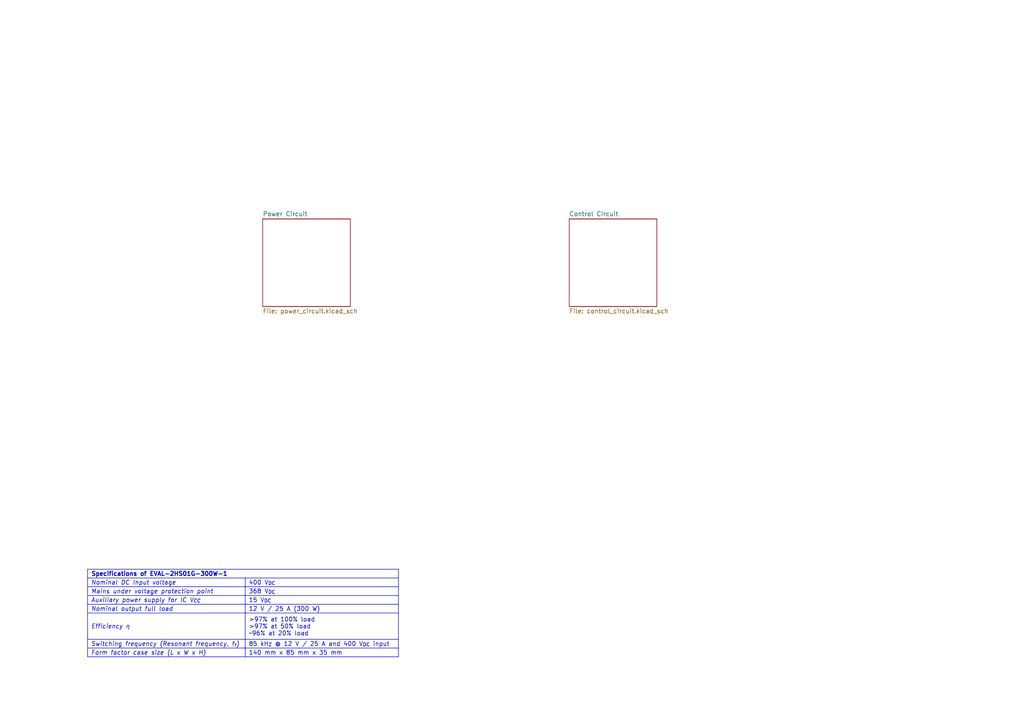
<source format=kicad_sch>
(kicad_sch
	(version 20250114)
	(generator "eeschema")
	(generator_version "9.0")
	(uuid "24a80974-3bf5-4964-b47f-ee6ba634a8bf")
	(paper "A4")
	(lib_symbols)
	(text_box "Item	Circuit Code	Part Value			Description             	Footprint   	Supplier\n---------------------------------------------------------------------------------\n1		C100        	270 uF/450 V     	Aluminum Electrolyte     	RB30        	\n2		C102        	33 nF/630 V      	Ceramic                  	MKT6/13/10  	\n3		C103        	2n2/Y1           	Ceramic                  	CY10        	\n4		C104        	47 uF/35 V       	Aluminum Electrolyte     	RB6.5       	\n5		C105        	100 nF/100 V     	Ceramic                  	1206C       	\n6		C106        	33 nF/630 V      	Ceramic                  	MKT6/13/10  	\n7		C107        	1800 uF/16 V     	Aluminum Electrolyte     	RB10        	\n8		C108        	1800 uF/16 V     	Aluminum Electrolyte     	RB10        	\n9		C109        	470 uF/16 V      	Aluminum Electrolyte     	RB10        	\n10		C110        	470 uF/16 V      	Aluminum Electrolyte     	RB10        	\n11		C111        	470 uF/16 V      	Aluminum Electrolyte     	RB10        	\n12		C112        	100 nF           	Ceramic                  	1206C       	\n13		C113        	1u0              	Ceramic                  	1206C       	\n14		C114        	10 nF            	Ceramic                  	1206C       	\n15		C115        	330 pF           	Ceramic                  	1206C       	\n16		C116        	100 nF           	Ceramic                  	1206C       	\n17		C117        	10 nF            	Ceramic                  	1206C       	\n18		C118        	10 nF            	Ceramic                  	1206C       	\n19		C119        	NC               	Aluminum Electrolyte     	1206C       	\n20		C120        	NC               	                         	1206C       	\n21		C121        	47 uF/35 V       	Aluminum Electrolyte     	RB6.5       	\n22		C122        	100 nF           	Ceramic                  	MKT2/7/5    	\n23		C200        	100 nF           	Ceramic                  	MKT2/7/5    	\n24		C201        	100 nF           	Ceramic                  	MKT2/7/5_0M8	\n25		C203        	1n2              	Ceramic                  	MKT2/7/5    	\n26		C204        	100 nF           	Ceramic                  	MKT2/7/5_0M8	\n27		C205        	100 nF           	Ceramic                  	MKT2/7/5    	\n28		C206        	47 nF            	Ceramic                  	0805C       	\n29		C207        	100 nF           	Ceramic                  	MKT2/7/5_0M8	\n30		C208        	220 pF/1 kV      	Ceramic                  	MKT2/7/5    	\n31		C209        	1 uF             	Ceramic                  	0805C       	\n32		C210        	1n0              	Ceramic                  	0805C       	\n33		C211        	2,2 uF           	Ceramic                  	0805C       	\n34		C212        	NC               	Ceramic                  	0805C       	\n35		C213        	10 nF            	Ceramic                  	0805C       	\n36		C214        	470 nF           	Ceramic                  	0805C       	\n37		D100        	1N4148           	Diode                    	1206D       	\n38		D101        	1N4148           	Diode                    	1206D       	\n39		D103        	1N4148           	Diode                    	1206D       	\n40		D104        	1N4148           	Diode                    	1206D       	\n41		D201        	1N4148           	Diode                    	1206D       	\n42		D202        	1N4148           	Diode                    	1206D       	\n43		D205        	MURS160T3        	Diode                    	SMB         	\n44		IC100       	SFH617A-2        	Opto Coupler             	DIP4/10     	\n45		IC101       	TL431            	Error Amplifier          	TO92-CBE    	\n46		IC200       	2EDL05N06PF      	Half-bridge MOSFET driver	SO-8        	Infineon\n47		IC201       	ICE2HS01G        	Resonant-Mode Controller 	SOL-20      	Infineon\n48		IC300       	UCC27324         	MOSFET driver            	SO-8        	Texas Instruments\n49		L100        	40 uH/RM10       	LLC Resonant CHOKE       	RM10        	WE 750341495\n50		PCB         	Double Layer 2 ounce copper	               	            	\n51		Q100        	IPP60R190E6      	MOSFET                   	T0-220      	Infineon\n52		Q101        	IPB011N04N       	MOSFET                   	TO-263      	Infineon\n53		Q102        	IPP60R190E6      	MOSFET                   	T0-220      	Infineon\n54		Q103        	IPB011N04N       	MOSFET                   	TO-263      	Infineon\n55		Q104        	BCX56            	NPN Transistor           	SOT-89      	\n56		Q105        	BCX53            	PNP Transistor           	SOT-89      	\n57		Q106        	BCX53            	PNP Transistor           	SOT-89      	\n58		Q107        	BCX56            	NPN Transistor           	SOT-89      	\n59		R100        	4R7              	Resistor                 	1206R       	\n60		R101        	10 k             	Resistor                 	1206R       	\n61		R102        	1R0              	Resistor                 	1206R       	\n62		R103        	10 k             	Resistor                 	1206R       	\n63		R104        	4R7              	Resistor                 	1206R       	\n64		R105        	10 k             	Resistor                 	1206R       	\n65		R106        	430R             	Resistor                 	1206R       	\n66		R107        	1R0              	Resistor                 	1206R       	\n67		R108        	10 k             	Resistor                 	1206R       	\n68		R109        	10 R             	Resistor                 	1206R       	\n69		R110        	10 R             	Resistor                 	1206R       	\n70		R111        	10 R             	Resistor                 	1206R       	\n71		R112        	10 R             	Resistor                 	1206R       	\n72		R113        	430 R            	Resistor                 	1206R       	\n73		R114        	1 k              	Resistor                 	1206R       	\n74		R115        	1 k              	Resistor                 	1206R       	\n75		R116        	560 R            	Resistor                 	1206R       	\n76		R117        	11 k             	Resistor                 	1206R       	\n77		R118        	56 R             	Resistor                 	1206R       	\n78		R119        	13 k             	Resistor                 	1206R       	\n79		R120        	1 k              	Resistor                 	1206R       	\n80		R121        	0 R              	Resistor                 	1206R       	\n81		R122        	820 R            	Resistor                 	1206R       	\n82		R123        	510 R            	Resistor                 	1206R       	\n83		R124        	NC               	Resistor                 	1206R       	\n84		R125        	3k6              	Resistor                 	1206R       	\n85		R200        	10 R             	Resistor                 	0805R       	\n86		R202        	10 R             	Resistor                 	0805R       	\n87		R203        	11 k             	Resistor                 	0805R       	\n88		R204        	11 k             	Resistor                 	0805R       	\n89		R205        	200 k            	Resistor                 	0805R       	\n90		R206        	5k6/1%           	Resistor                 	0805R       	\n91		R207        	12 k/0,1%        	Resistor                 	0805R       	\n92		R208        	402 k            	Resistor                 	0805R       	\n93		R209        	300 k            	Resistor                 	0805R       	\n94		R210        	680 k            	Resistor                 	0805R       	\n95		R211        	110 k/1%         	Resistor                 	0805R       	\n96		R212        	200 R            	Resistor                 	1206R       	\n97		R213        	1M0              	Resistor                 	0805R       	\n98		R214        	1M0              	Resistor                 	0805R       	\n99		R215        	2M0              	Resistor                 	0805R       	\n100		R216        	51 k/1%          	Resistor                 	0805R       	\n101		R217        	NC               	Resistor                 	0805R       	\n102		R218        	51 k/1%          	Resistor                 	0805R       	\n103		R219        	NC               	Resistor                 	0805R       	\n104		R220        	0R               	Resistor                 	0805R       	\n105		R221        	NC               	Resistor                 	0805R       	\n106		R222        	0 R              	Resistor                 	0805R       	\n107		R223        	1M5/1%           	Resistor                 	1206R       	\n108		R224        	1M5/1%           	Resistor                 	1206R       	\n109		R225        	1M5/1%           	Resistor                 	1206R       	\n110		R226        	1M5/1%           	Resistor                 	1206R       	\n111		R227        	24 k             	Resistor                 	0805R       	\n112		R228        	62 R             	Resistor                 	0805R       	\n113		R229        	1R0              	Resistor                 	1206R       	\n114		R230        	1R0              	Resistor                 	1206R       	\n115		RT100       	2R5              	NTC Thermister           	NTC7.5      	\n116		TR100       	Lp = 690 uH      	LLC Resonant Transformer 	PQ3230      	WE 750341496\n117		TR101       	Lp = 2,8 mH (min)	Pulse Transformer Wurth  	EE13        	WE 750342744\n118		ZD100       	5V1              	Zener Diode              	1206D       	\n119		ZD101       	5V1              	Zener Diode              	1206D       	\n120		ZD102       	NC               	Zener Diode              	1206D       	\n"
		(exclude_from_sim no)
		(at 304.8 0 0)
		(size 101.6 198.12)
		(margins 0.9525 0.9525 0.9525 0.9525)
		(stroke
			(width 0)
			(type solid)
		)
		(fill
			(type none)
		)
		(effects
			(font
				(size 1 1)
			)
			(justify left top)
		)
		(uuid "48b6179b-cf25-4eb5-8b90-3f6a3cdbec13")
	)
	(table
		(column_count 2)
		(border
			(external yes)
			(header yes)
			(stroke
				(width 0)
				(type solid)
			)
		)
		(separators
			(rows yes)
			(cols yes)
			(stroke
				(width 0)
				(type solid)
			)
		)
		(column_widths 45.72 44.45)
		(row_heights 2.54 2.54 2.54 2.54 2.54 7.62 2.54 2.54)
		(cells
			(table_cell "Specifications of EVAL-2HS01G-300W-1"
				(exclude_from_sim no)
				(at 25.4 165.1 0)
				(size 90.17 2.54)
				(margins 1 1 1 1)
				(span 2 1)
				(fill
					(type none)
				)
				(effects
					(font
						(size 1.25 1.25)
						(thickness 0.25)
						(bold yes)
					)
					(justify left)
				)
				(uuid "28ed2baa-9f92-41a1-9a13-0373827c5dde")
			)
			(table_cell "rgb(240, 240, 240)"
				(exclude_from_sim no)
				(at 71.12 165.1 0)
				(size 44.45 2.54)
				(margins 1 1 1 1)
				(span 0 0)
				(fill
					(type none)
				)
				(effects
					(font
						(size 1.25 1.25)
					)
					(justify left)
				)
				(uuid "38cbbe17-7c55-4c9f-bd31-aa0bf980b154")
			)
			(table_cell "Nominal DC Input voltage"
				(exclude_from_sim no)
				(at 25.4 167.64 0)
				(size 45.72 2.54)
				(margins 1 1 1 1)
				(span 1 1)
				(fill
					(type none)
				)
				(effects
					(font
						(size 1.25 1.25)
						(italic yes)
					)
					(justify left)
				)
				(uuid "2f85e4d8-a9cd-438f-9acd-3ed1c4fbec54")
			)
			(table_cell "400 V_{DC}"
				(exclude_from_sim no)
				(at 71.12 167.64 0)
				(size 44.45 2.54)
				(margins 1 1 1 1)
				(span 1 1)
				(fill
					(type none)
				)
				(effects
					(font
						(size 1.25 1.25)
					)
					(justify left)
				)
				(uuid "9d5931f6-66b8-478d-a52d-f8041bb0bf4b")
			)
			(table_cell "Mains under voltage protection point "
				(exclude_from_sim no)
				(at 25.4 170.18 0)
				(size 45.72 2.54)
				(margins 1 1 1 1)
				(span 1 1)
				(fill
					(type none)
				)
				(effects
					(font
						(size 1.25 1.25)
						(italic yes)
					)
					(justify left)
				)
				(uuid "177b7329-786f-4b9d-b8ea-2e0842e55630")
			)
			(table_cell "368 V_{DC}"
				(exclude_from_sim no)
				(at 71.12 170.18 0)
				(size 44.45 2.54)
				(margins 1 1 1 1)
				(span 1 1)
				(fill
					(type none)
				)
				(effects
					(font
						(size 1.25 1.25)
					)
					(justify left)
				)
				(uuid "52e60d48-4229-406d-917f-97289a69b939")
			)
			(table_cell "Auxiliary power supply for IC V_{CC}"
				(exclude_from_sim no)
				(at 25.4 172.72 0)
				(size 45.72 2.54)
				(margins 1 1 1 1)
				(span 1 1)
				(fill
					(type none)
				)
				(effects
					(font
						(size 1.25 1.25)
						(italic yes)
					)
					(justify left)
				)
				(uuid "e12c0ef4-e090-4da7-9313-22d75feaac9c")
			)
			(table_cell "15 V_{DC}"
				(exclude_from_sim no)
				(at 71.12 172.72 0)
				(size 44.45 2.54)
				(margins 1 1 1 1)
				(span 1 1)
				(fill
					(type none)
				)
				(effects
					(font
						(size 1.25 1.25)
					)
					(justify left)
				)
				(uuid "5e5f66cb-c726-425c-9049-49f844dfbed0")
			)
			(table_cell "Nominal output full load"
				(exclude_from_sim no)
				(at 25.4 175.26 0)
				(size 45.72 2.54)
				(margins 1 1 1 1)
				(span 1 1)
				(fill
					(type none)
				)
				(effects
					(font
						(size 1.25 1.25)
						(italic yes)
					)
					(justify left)
				)
				(uuid "e12c0ef4-e090-4da7-9313-22d75feaac9c")
			)
			(table_cell "12 V / 25 A (300 W)"
				(exclude_from_sim no)
				(at 71.12 175.26 0)
				(size 44.45 2.54)
				(margins 1 1 1 1)
				(span 1 1)
				(fill
					(type none)
				)
				(effects
					(font
						(size 1.25 1.25)
					)
					(justify left)
				)
				(uuid "5e5f66cb-c726-425c-9049-49f844dfbed0")
			)
			(table_cell "Efficiency η"
				(exclude_from_sim no)
				(at 25.4 177.8 0)
				(size 45.72 7.62)
				(margins 1 1 1 1)
				(span 1 1)
				(fill
					(type none)
				)
				(effects
					(font
						(size 1.25 1.25)
						(italic yes)
					)
					(justify left)
				)
				(uuid "5e5f66cb-c726-425c-9049-49f844dfbed0")
			)
			(table_cell ">97% at 100% load \n>97% at 50% load \n~96% at 20% load\n"
				(exclude_from_sim no)
				(at 71.12 177.8 0)
				(size 44.45 7.62)
				(margins 1 1 1 1)
				(span 1 1)
				(fill
					(type none)
				)
				(effects
					(font
						(size 1.25 1.25)
					)
					(justify left)
				)
				(uuid "e12c0ef4-e090-4da7-9313-22d75feaac9c")
			)
			(table_cell "Switching frequency (Resonant frequency, f_{r})"
				(exclude_from_sim no)
				(at 25.4 185.42 0)
				(size 45.72 2.54)
				(margins 1 1 1 1)
				(span 1 1)
				(fill
					(type none)
				)
				(effects
					(font
						(size 1.25 1.25)
						(italic yes)
					)
					(justify left)
				)
				(uuid "e12c0ef4-e090-4da7-9313-22d75feaac9c")
			)
			(table_cell "85 kH_{Z} @ 12 V / 25 A and 400 V_{DC} input"
				(exclude_from_sim no)
				(at 71.12 185.42 0)
				(size 44.45 2.54)
				(margins 1 1 1 1)
				(span 1 1)
				(fill
					(type none)
				)
				(effects
					(font
						(size 1.25 1.25)
					)
					(justify left)
				)
				(uuid "5e5f66cb-c726-425c-9049-49f844dfbed0")
			)
			(table_cell "Form factor case size (L x W x H)"
				(exclude_from_sim no)
				(at 25.4 187.96 0)
				(size 45.72 2.54)
				(margins 1 1 1 1)
				(span 1 1)
				(fill
					(type none)
				)
				(effects
					(font
						(size 1.25 1.25)
						(italic yes)
					)
					(justify left)
				)
				(uuid "5e5f66cb-c726-425c-9049-49f844dfbed0")
			)
			(table_cell "140 mm x 85 mm x 35 mm"
				(exclude_from_sim no)
				(at 71.12 187.96 0)
				(size 44.45 2.54)
				(margins 1 1 1 1)
				(span 1 1)
				(fill
					(type none)
				)
				(effects
					(font
						(size 1.25 1.25)
					)
					(justify left)
				)
				(uuid "e12c0ef4-e090-4da7-9313-22d75feaac9c")
			)
		)
	)
	(sheet
		(at 76.2 63.5)
		(size 25.4 25.4)
		(exclude_from_sim no)
		(in_bom yes)
		(on_board yes)
		(dnp no)
		(fields_autoplaced yes)
		(stroke
			(width 0.15)
			(type solid)
		)
		(fill
			(color 0 0 0 0.0000)
		)
		(uuid "bc6888c2-8e3c-4cd8-aaa5-7b24f94289a7")
		(property "Sheetname" "Power Circuit"
			(at 76.2 62.7884 0)
			(effects
				(font
					(size 1.27 1.27)
				)
				(justify left bottom)
			)
		)
		(property "Sheetfile" "power_circuit.kicad_sch"
			(at 76.2 89.4846 0)
			(effects
				(font
					(size 1.27 1.27)
				)
				(justify left top)
			)
		)
		(instances
			(project "Infineon.EVAL-2HS01G-300W-1"
				(path "/24a80974-3bf5-4964-b47f-ee6ba634a8bf"
					(page "2")
				)
			)
		)
	)
	(sheet
		(at 165.1 63.5)
		(size 25.4 25.4)
		(exclude_from_sim no)
		(in_bom yes)
		(on_board yes)
		(dnp no)
		(fields_autoplaced yes)
		(stroke
			(width 0.15)
			(type solid)
		)
		(fill
			(color 0 0 0 0.0000)
		)
		(uuid "fcbdd543-0282-4310-b62e-9d4090c6bf7b")
		(property "Sheetname" "Control Circuit"
			(at 165.1 62.7884 0)
			(effects
				(font
					(size 1.27 1.27)
				)
				(justify left bottom)
			)
		)
		(property "Sheetfile" "control_circuit.kicad_sch"
			(at 165.1 89.4846 0)
			(effects
				(font
					(size 1.27 1.27)
				)
				(justify left top)
			)
		)
		(instances
			(project "Infineon.EVAL-2HS01G-300W-1"
				(path "/24a80974-3bf5-4964-b47f-ee6ba634a8bf"
					(page "3")
				)
			)
		)
	)
	(sheet_instances
		(path "/"
			(page "1")
		)
	)
	(embedded_fonts no)
)

</source>
